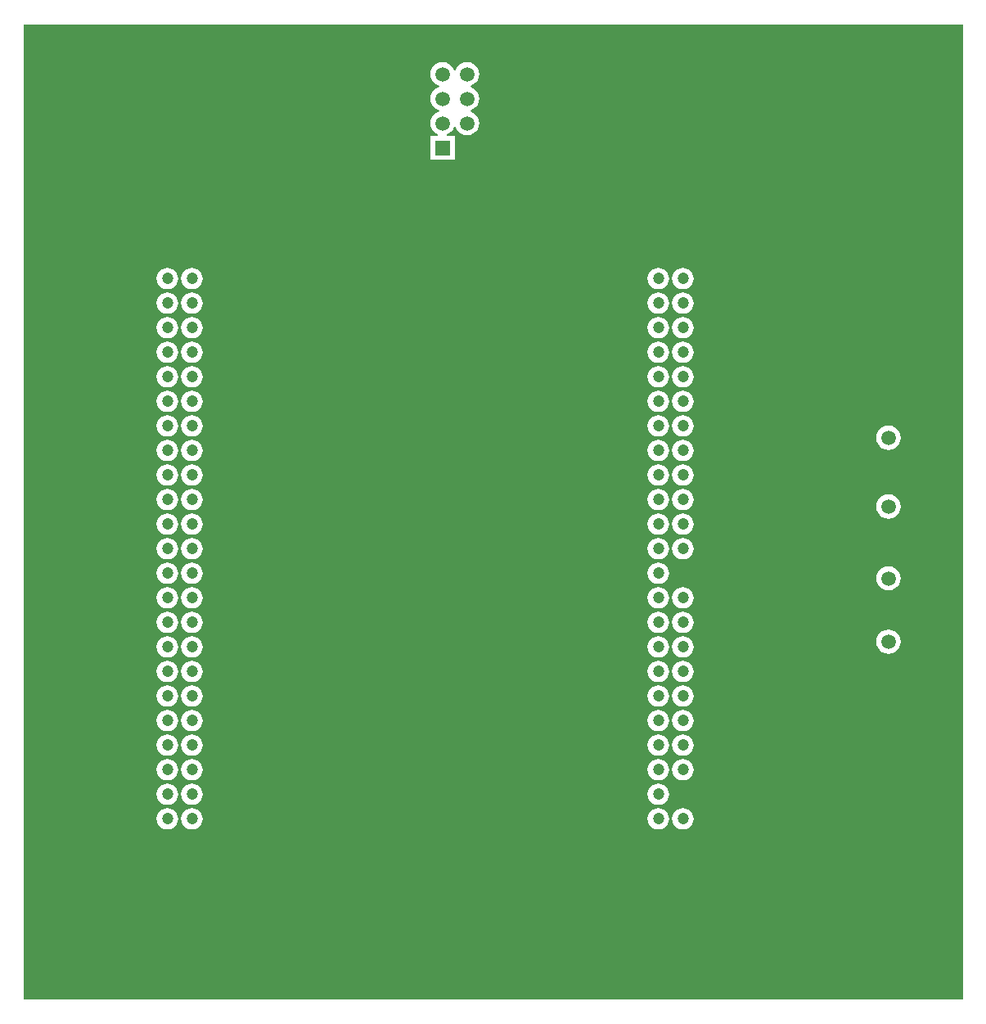
<source format=gbl>
G04*
G04 #@! TF.GenerationSoftware,Altium Limited,Altium NEXUS,1.1.6 (48)*
G04*
G04 Layer_Physical_Order=2*
G04 Layer_Color=16711680*
%FSLAX25Y25*%
%MOIN*%
G70*
G01*
G75*
%ADD15C,0.05906*%
%ADD16R,0.05906X0.05906*%
%ADD17R,0.05906X0.05906*%
%ADD18C,0.04725*%
%ADD19O,0.04724X0.04725*%
%ADD20R,0.04725X0.04725*%
G36*
X1145571Y86909D02*
X762894Y86910D01*
X762894Y484004D01*
X1145571Y484004D01*
X1145571Y86909D01*
D02*
G37*
%LPC*%
G36*
X943583Y468750D02*
X942298Y468581D01*
X941101Y468085D01*
X940073Y467296D01*
X939284Y466268D01*
X938839Y465195D01*
X938838Y465194D01*
X938327D01*
X938326Y465195D01*
X937881Y466268D01*
X937093Y467296D01*
X936065Y468085D01*
X934867Y468581D01*
X933583Y468750D01*
X932298Y468581D01*
X931101Y468085D01*
X930073Y467296D01*
X929284Y466268D01*
X928788Y465071D01*
X928619Y463786D01*
X928788Y462502D01*
X929284Y461305D01*
X930073Y460276D01*
X931101Y459488D01*
X932174Y459043D01*
X932175Y459042D01*
Y458531D01*
X932174Y458530D01*
X931101Y458085D01*
X930073Y457296D01*
X929284Y456268D01*
X928788Y455071D01*
X928619Y453786D01*
X928788Y452502D01*
X929284Y451304D01*
X930073Y450276D01*
X931101Y449488D01*
X932174Y449043D01*
X932175Y449042D01*
Y448530D01*
X932174Y448530D01*
X931101Y448085D01*
X930073Y447296D01*
X929284Y446268D01*
X928788Y445071D01*
X928619Y443786D01*
X928788Y442502D01*
X929284Y441304D01*
X930073Y440276D01*
X931101Y439488D01*
X931777Y439208D01*
X931677Y438708D01*
X928661D01*
Y428865D01*
X938504D01*
Y438708D01*
X935488D01*
X935388Y439208D01*
X936065Y439488D01*
X937093Y440276D01*
X937881Y441304D01*
X938326Y442378D01*
X938327Y442378D01*
X938838D01*
X938839Y442378D01*
X939284Y441304D01*
X940073Y440276D01*
X941101Y439488D01*
X942298Y438992D01*
X943583Y438823D01*
X944867Y438992D01*
X946064Y439488D01*
X947093Y440276D01*
X947881Y441304D01*
X948377Y442502D01*
X948546Y443786D01*
X948377Y445071D01*
X947881Y446268D01*
X947093Y447296D01*
X946064Y448085D01*
X944991Y448530D01*
X944991Y448530D01*
Y449042D01*
X944991Y449043D01*
X946064Y449488D01*
X947093Y450276D01*
X947881Y451304D01*
X948377Y452502D01*
X948546Y453786D01*
X948377Y455071D01*
X947881Y456268D01*
X947093Y457296D01*
X946064Y458085D01*
X944991Y458530D01*
X944991Y458531D01*
Y459042D01*
X944991Y459043D01*
X946064Y459488D01*
X947093Y460276D01*
X947881Y461305D01*
X948377Y462502D01*
X948546Y463786D01*
X948377Y465071D01*
X947881Y466268D01*
X947093Y467296D01*
X946064Y468085D01*
X944867Y468581D01*
X943583Y468750D01*
D02*
G37*
G36*
X1031504Y384933D02*
X1030373Y384785D01*
X1029320Y384348D01*
X1028415Y383654D01*
X1027721Y382749D01*
X1027285Y381696D01*
X1027136Y380565D01*
X1027285Y379434D01*
X1027721Y378381D01*
X1028415Y377476D01*
X1029320Y376782D01*
X1030373Y376346D01*
X1031504Y376197D01*
X1032635Y376346D01*
X1033688Y376782D01*
X1034593Y377476D01*
X1035287Y378381D01*
X1035723Y379434D01*
X1035872Y380565D01*
X1035723Y381696D01*
X1035287Y382749D01*
X1034593Y383654D01*
X1033688Y384348D01*
X1032635Y384785D01*
X1031504Y384933D01*
D02*
G37*
G36*
X1021504D02*
X1020373Y384785D01*
X1019320Y384348D01*
X1018415Y383654D01*
X1017721Y382749D01*
X1017284Y381696D01*
X1017136Y380565D01*
X1017284Y379434D01*
X1017721Y378381D01*
X1018415Y377476D01*
X1019320Y376782D01*
X1020373Y376346D01*
X1021504Y376197D01*
X1022635Y376346D01*
X1023688Y376782D01*
X1024593Y377476D01*
X1025287Y378381D01*
X1025723Y379434D01*
X1025872Y380565D01*
X1025723Y381696D01*
X1025287Y382749D01*
X1024593Y383654D01*
X1023688Y384348D01*
X1022635Y384785D01*
X1021504Y384933D01*
D02*
G37*
G36*
X831504D02*
X830373Y384785D01*
X829320Y384348D01*
X828415Y383654D01*
X827721Y382749D01*
X827285Y381696D01*
X827136Y380565D01*
X827285Y379434D01*
X827721Y378381D01*
X828415Y377476D01*
X829320Y376782D01*
X830373Y376346D01*
X831504Y376197D01*
X832635Y376346D01*
X833688Y376782D01*
X834593Y377476D01*
X835287Y378381D01*
X835723Y379434D01*
X835872Y380565D01*
X835723Y381696D01*
X835287Y382749D01*
X834593Y383654D01*
X833688Y384348D01*
X832635Y384785D01*
X831504Y384933D01*
D02*
G37*
G36*
X821504D02*
X820373Y384785D01*
X819320Y384348D01*
X818415Y383654D01*
X817721Y382749D01*
X817284Y381696D01*
X817136Y380565D01*
X817284Y379434D01*
X817721Y378381D01*
X818415Y377476D01*
X819320Y376782D01*
X820373Y376346D01*
X821504Y376197D01*
X822635Y376346D01*
X823688Y376782D01*
X824593Y377476D01*
X825287Y378381D01*
X825723Y379434D01*
X825872Y380565D01*
X825723Y381696D01*
X825287Y382749D01*
X824593Y383654D01*
X823688Y384348D01*
X822635Y384785D01*
X821504Y384933D01*
D02*
G37*
G36*
X1031504Y374934D02*
X1030373Y374785D01*
X1029320Y374348D01*
X1028415Y373654D01*
X1027721Y372749D01*
X1027285Y371696D01*
X1027136Y370565D01*
X1027285Y369434D01*
X1027721Y368381D01*
X1028415Y367476D01*
X1029320Y366782D01*
X1030373Y366346D01*
X1031504Y366197D01*
X1032635Y366346D01*
X1033688Y366782D01*
X1034593Y367476D01*
X1035287Y368381D01*
X1035723Y369434D01*
X1035872Y370565D01*
X1035723Y371696D01*
X1035287Y372749D01*
X1034593Y373654D01*
X1033688Y374348D01*
X1032635Y374785D01*
X1031504Y374934D01*
D02*
G37*
G36*
X1021504D02*
X1020373Y374785D01*
X1019320Y374348D01*
X1018415Y373654D01*
X1017721Y372749D01*
X1017284Y371696D01*
X1017136Y370565D01*
X1017284Y369434D01*
X1017721Y368381D01*
X1018415Y367476D01*
X1019320Y366782D01*
X1020373Y366346D01*
X1021504Y366197D01*
X1022635Y366346D01*
X1023688Y366782D01*
X1024593Y367476D01*
X1025287Y368381D01*
X1025723Y369434D01*
X1025872Y370565D01*
X1025723Y371696D01*
X1025287Y372749D01*
X1024593Y373654D01*
X1023688Y374348D01*
X1022635Y374785D01*
X1021504Y374934D01*
D02*
G37*
G36*
X831504D02*
X830373Y374785D01*
X829320Y374348D01*
X828415Y373654D01*
X827721Y372749D01*
X827285Y371696D01*
X827136Y370565D01*
X827285Y369434D01*
X827721Y368381D01*
X828415Y367476D01*
X829320Y366782D01*
X830373Y366346D01*
X831504Y366197D01*
X832635Y366346D01*
X833688Y366782D01*
X834593Y367476D01*
X835287Y368381D01*
X835723Y369434D01*
X835872Y370565D01*
X835723Y371696D01*
X835287Y372749D01*
X834593Y373654D01*
X833688Y374348D01*
X832635Y374785D01*
X831504Y374934D01*
D02*
G37*
G36*
X821504D02*
X820373Y374785D01*
X819320Y374348D01*
X818415Y373654D01*
X817721Y372749D01*
X817284Y371696D01*
X817136Y370565D01*
X817284Y369434D01*
X817721Y368381D01*
X818415Y367476D01*
X819320Y366782D01*
X820373Y366346D01*
X821504Y366197D01*
X822635Y366346D01*
X823688Y366782D01*
X824593Y367476D01*
X825287Y368381D01*
X825723Y369434D01*
X825872Y370565D01*
X825723Y371696D01*
X825287Y372749D01*
X824593Y373654D01*
X823688Y374348D01*
X822635Y374785D01*
X821504Y374934D01*
D02*
G37*
G36*
X1031504Y364933D02*
X1030373Y364785D01*
X1029320Y364348D01*
X1028415Y363654D01*
X1027721Y362749D01*
X1027285Y361696D01*
X1027136Y360565D01*
X1027285Y359435D01*
X1027721Y358381D01*
X1028415Y357476D01*
X1029320Y356782D01*
X1030373Y356346D01*
X1031504Y356197D01*
X1032635Y356346D01*
X1033688Y356782D01*
X1034593Y357476D01*
X1035287Y358381D01*
X1035723Y359435D01*
X1035872Y360565D01*
X1035723Y361696D01*
X1035287Y362749D01*
X1034593Y363654D01*
X1033688Y364348D01*
X1032635Y364785D01*
X1031504Y364933D01*
D02*
G37*
G36*
X1021504D02*
X1020373Y364785D01*
X1019320Y364348D01*
X1018415Y363654D01*
X1017721Y362749D01*
X1017284Y361696D01*
X1017136Y360565D01*
X1017284Y359435D01*
X1017721Y358381D01*
X1018415Y357476D01*
X1019320Y356782D01*
X1020373Y356346D01*
X1021504Y356197D01*
X1022635Y356346D01*
X1023688Y356782D01*
X1024593Y357476D01*
X1025287Y358381D01*
X1025723Y359435D01*
X1025872Y360565D01*
X1025723Y361696D01*
X1025287Y362749D01*
X1024593Y363654D01*
X1023688Y364348D01*
X1022635Y364785D01*
X1021504Y364933D01*
D02*
G37*
G36*
X831504D02*
X830373Y364785D01*
X829320Y364348D01*
X828415Y363654D01*
X827721Y362749D01*
X827285Y361696D01*
X827136Y360565D01*
X827285Y359435D01*
X827721Y358381D01*
X828415Y357476D01*
X829320Y356782D01*
X830373Y356346D01*
X831504Y356197D01*
X832635Y356346D01*
X833688Y356782D01*
X834593Y357476D01*
X835287Y358381D01*
X835723Y359435D01*
X835872Y360565D01*
X835723Y361696D01*
X835287Y362749D01*
X834593Y363654D01*
X833688Y364348D01*
X832635Y364785D01*
X831504Y364933D01*
D02*
G37*
G36*
X821504D02*
X820373Y364785D01*
X819320Y364348D01*
X818415Y363654D01*
X817721Y362749D01*
X817284Y361696D01*
X817136Y360565D01*
X817284Y359435D01*
X817721Y358381D01*
X818415Y357476D01*
X819320Y356782D01*
X820373Y356346D01*
X821504Y356197D01*
X822635Y356346D01*
X823688Y356782D01*
X824593Y357476D01*
X825287Y358381D01*
X825723Y359435D01*
X825872Y360565D01*
X825723Y361696D01*
X825287Y362749D01*
X824593Y363654D01*
X823688Y364348D01*
X822635Y364785D01*
X821504Y364933D01*
D02*
G37*
G36*
X1031504Y354934D02*
X1030373Y354785D01*
X1029320Y354348D01*
X1028415Y353654D01*
X1027721Y352749D01*
X1027285Y351696D01*
X1027136Y350565D01*
X1027285Y349434D01*
X1027721Y348381D01*
X1028415Y347476D01*
X1029320Y346782D01*
X1030373Y346346D01*
X1031504Y346197D01*
X1032635Y346346D01*
X1033688Y346782D01*
X1034593Y347476D01*
X1035287Y348381D01*
X1035723Y349434D01*
X1035872Y350565D01*
X1035723Y351696D01*
X1035287Y352749D01*
X1034593Y353654D01*
X1033688Y354348D01*
X1032635Y354785D01*
X1031504Y354934D01*
D02*
G37*
G36*
X1021504D02*
X1020373Y354785D01*
X1019320Y354348D01*
X1018415Y353654D01*
X1017721Y352749D01*
X1017284Y351696D01*
X1017136Y350565D01*
X1017284Y349434D01*
X1017721Y348381D01*
X1018415Y347476D01*
X1019320Y346782D01*
X1020373Y346346D01*
X1021504Y346197D01*
X1022635Y346346D01*
X1023688Y346782D01*
X1024593Y347476D01*
X1025287Y348381D01*
X1025723Y349434D01*
X1025872Y350565D01*
X1025723Y351696D01*
X1025287Y352749D01*
X1024593Y353654D01*
X1023688Y354348D01*
X1022635Y354785D01*
X1021504Y354934D01*
D02*
G37*
G36*
X831504D02*
X830373Y354785D01*
X829320Y354348D01*
X828415Y353654D01*
X827721Y352749D01*
X827285Y351696D01*
X827136Y350565D01*
X827285Y349434D01*
X827721Y348381D01*
X828415Y347476D01*
X829320Y346782D01*
X830373Y346346D01*
X831504Y346197D01*
X832635Y346346D01*
X833688Y346782D01*
X834593Y347476D01*
X835287Y348381D01*
X835723Y349434D01*
X835872Y350565D01*
X835723Y351696D01*
X835287Y352749D01*
X834593Y353654D01*
X833688Y354348D01*
X832635Y354785D01*
X831504Y354934D01*
D02*
G37*
G36*
X821504D02*
X820373Y354785D01*
X819320Y354348D01*
X818415Y353654D01*
X817721Y352749D01*
X817284Y351696D01*
X817136Y350565D01*
X817284Y349434D01*
X817721Y348381D01*
X818415Y347476D01*
X819320Y346782D01*
X820373Y346346D01*
X821504Y346197D01*
X822635Y346346D01*
X823688Y346782D01*
X824593Y347476D01*
X825287Y348381D01*
X825723Y349434D01*
X825872Y350565D01*
X825723Y351696D01*
X825287Y352749D01*
X824593Y353654D01*
X823688Y354348D01*
X822635Y354785D01*
X821504Y354934D01*
D02*
G37*
G36*
X1031504Y344934D02*
X1030373Y344785D01*
X1029320Y344348D01*
X1028415Y343654D01*
X1027721Y342749D01*
X1027285Y341696D01*
X1027136Y340565D01*
X1027285Y339435D01*
X1027721Y338381D01*
X1028415Y337476D01*
X1029320Y336782D01*
X1030373Y336346D01*
X1031504Y336197D01*
X1032635Y336346D01*
X1033688Y336782D01*
X1034593Y337476D01*
X1035287Y338381D01*
X1035723Y339435D01*
X1035872Y340565D01*
X1035723Y341696D01*
X1035287Y342749D01*
X1034593Y343654D01*
X1033688Y344348D01*
X1032635Y344785D01*
X1031504Y344934D01*
D02*
G37*
G36*
X1021504D02*
X1020373Y344785D01*
X1019320Y344348D01*
X1018415Y343654D01*
X1017721Y342749D01*
X1017284Y341696D01*
X1017136Y340565D01*
X1017284Y339435D01*
X1017721Y338381D01*
X1018415Y337476D01*
X1019320Y336782D01*
X1020373Y336346D01*
X1021504Y336197D01*
X1022635Y336346D01*
X1023688Y336782D01*
X1024593Y337476D01*
X1025287Y338381D01*
X1025723Y339435D01*
X1025872Y340565D01*
X1025723Y341696D01*
X1025287Y342749D01*
X1024593Y343654D01*
X1023688Y344348D01*
X1022635Y344785D01*
X1021504Y344934D01*
D02*
G37*
G36*
X831504D02*
X830373Y344785D01*
X829320Y344348D01*
X828415Y343654D01*
X827721Y342749D01*
X827285Y341696D01*
X827136Y340565D01*
X827285Y339435D01*
X827721Y338381D01*
X828415Y337476D01*
X829320Y336782D01*
X830373Y336346D01*
X831504Y336197D01*
X832635Y336346D01*
X833688Y336782D01*
X834593Y337476D01*
X835287Y338381D01*
X835723Y339435D01*
X835872Y340565D01*
X835723Y341696D01*
X835287Y342749D01*
X834593Y343654D01*
X833688Y344348D01*
X832635Y344785D01*
X831504Y344934D01*
D02*
G37*
G36*
X821504D02*
X820373Y344785D01*
X819320Y344348D01*
X818415Y343654D01*
X817721Y342749D01*
X817284Y341696D01*
X817136Y340565D01*
X817284Y339435D01*
X817721Y338381D01*
X818415Y337476D01*
X819320Y336782D01*
X820373Y336346D01*
X821504Y336197D01*
X822635Y336346D01*
X823688Y336782D01*
X824593Y337476D01*
X825287Y338381D01*
X825723Y339435D01*
X825872Y340565D01*
X825723Y341696D01*
X825287Y342749D01*
X824593Y343654D01*
X823688Y344348D01*
X822635Y344785D01*
X821504Y344934D01*
D02*
G37*
G36*
X1031504Y334933D02*
X1030373Y334785D01*
X1029320Y334348D01*
X1028415Y333654D01*
X1027721Y332749D01*
X1027285Y331696D01*
X1027136Y330565D01*
X1027285Y329434D01*
X1027721Y328381D01*
X1028415Y327476D01*
X1029320Y326782D01*
X1030373Y326346D01*
X1031504Y326197D01*
X1032635Y326346D01*
X1033688Y326782D01*
X1034593Y327476D01*
X1035287Y328381D01*
X1035723Y329434D01*
X1035872Y330565D01*
X1035723Y331696D01*
X1035287Y332749D01*
X1034593Y333654D01*
X1033688Y334348D01*
X1032635Y334785D01*
X1031504Y334933D01*
D02*
G37*
G36*
X1021504D02*
X1020373Y334785D01*
X1019320Y334348D01*
X1018415Y333654D01*
X1017721Y332749D01*
X1017284Y331696D01*
X1017136Y330565D01*
X1017284Y329434D01*
X1017721Y328381D01*
X1018415Y327476D01*
X1019320Y326782D01*
X1020373Y326346D01*
X1021504Y326197D01*
X1022635Y326346D01*
X1023688Y326782D01*
X1024593Y327476D01*
X1025287Y328381D01*
X1025723Y329434D01*
X1025872Y330565D01*
X1025723Y331696D01*
X1025287Y332749D01*
X1024593Y333654D01*
X1023688Y334348D01*
X1022635Y334785D01*
X1021504Y334933D01*
D02*
G37*
G36*
X831504D02*
X830373Y334785D01*
X829320Y334348D01*
X828415Y333654D01*
X827721Y332749D01*
X827285Y331696D01*
X827136Y330565D01*
X827285Y329434D01*
X827721Y328381D01*
X828415Y327476D01*
X829320Y326782D01*
X830373Y326346D01*
X831504Y326197D01*
X832635Y326346D01*
X833688Y326782D01*
X834593Y327476D01*
X835287Y328381D01*
X835723Y329434D01*
X835872Y330565D01*
X835723Y331696D01*
X835287Y332749D01*
X834593Y333654D01*
X833688Y334348D01*
X832635Y334785D01*
X831504Y334933D01*
D02*
G37*
G36*
X821504D02*
X820373Y334785D01*
X819320Y334348D01*
X818415Y333654D01*
X817721Y332749D01*
X817284Y331696D01*
X817136Y330565D01*
X817284Y329434D01*
X817721Y328381D01*
X818415Y327476D01*
X819320Y326782D01*
X820373Y326346D01*
X821504Y326197D01*
X822635Y326346D01*
X823688Y326782D01*
X824593Y327476D01*
X825287Y328381D01*
X825723Y329434D01*
X825872Y330565D01*
X825723Y331696D01*
X825287Y332749D01*
X824593Y333654D01*
X823688Y334348D01*
X822635Y334785D01*
X821504Y334933D01*
D02*
G37*
G36*
X1031504Y324934D02*
X1030373Y324785D01*
X1029320Y324348D01*
X1028415Y323654D01*
X1027721Y322749D01*
X1027285Y321696D01*
X1027136Y320565D01*
X1027285Y319434D01*
X1027721Y318381D01*
X1028415Y317476D01*
X1029320Y316782D01*
X1030373Y316346D01*
X1031504Y316197D01*
X1032635Y316346D01*
X1033688Y316782D01*
X1034593Y317476D01*
X1035287Y318381D01*
X1035723Y319434D01*
X1035872Y320565D01*
X1035723Y321696D01*
X1035287Y322749D01*
X1034593Y323654D01*
X1033688Y324348D01*
X1032635Y324785D01*
X1031504Y324934D01*
D02*
G37*
G36*
X1021504D02*
X1020373Y324785D01*
X1019320Y324348D01*
X1018415Y323654D01*
X1017721Y322749D01*
X1017284Y321696D01*
X1017136Y320565D01*
X1017284Y319434D01*
X1017721Y318381D01*
X1018415Y317476D01*
X1019320Y316782D01*
X1020373Y316346D01*
X1021504Y316197D01*
X1022635Y316346D01*
X1023688Y316782D01*
X1024593Y317476D01*
X1025287Y318381D01*
X1025723Y319434D01*
X1025872Y320565D01*
X1025723Y321696D01*
X1025287Y322749D01*
X1024593Y323654D01*
X1023688Y324348D01*
X1022635Y324785D01*
X1021504Y324934D01*
D02*
G37*
G36*
X831504D02*
X830373Y324785D01*
X829320Y324348D01*
X828415Y323654D01*
X827721Y322749D01*
X827285Y321696D01*
X827136Y320565D01*
X827285Y319434D01*
X827721Y318381D01*
X828415Y317476D01*
X829320Y316782D01*
X830373Y316346D01*
X831504Y316197D01*
X832635Y316346D01*
X833688Y316782D01*
X834593Y317476D01*
X835287Y318381D01*
X835723Y319434D01*
X835872Y320565D01*
X835723Y321696D01*
X835287Y322749D01*
X834593Y323654D01*
X833688Y324348D01*
X832635Y324785D01*
X831504Y324934D01*
D02*
G37*
G36*
X821504D02*
X820373Y324785D01*
X819320Y324348D01*
X818415Y323654D01*
X817721Y322749D01*
X817284Y321696D01*
X817136Y320565D01*
X817284Y319434D01*
X817721Y318381D01*
X818415Y317476D01*
X819320Y316782D01*
X820373Y316346D01*
X821504Y316197D01*
X822635Y316346D01*
X823688Y316782D01*
X824593Y317476D01*
X825287Y318381D01*
X825723Y319434D01*
X825872Y320565D01*
X825723Y321696D01*
X825287Y322749D01*
X824593Y323654D01*
X823688Y324348D01*
X822635Y324785D01*
X821504Y324934D01*
D02*
G37*
G36*
X1115217Y320712D02*
X1113932Y320543D01*
X1112735Y320047D01*
X1111707Y319258D01*
X1110918Y318230D01*
X1110422Y317033D01*
X1110253Y315748D01*
X1110422Y314463D01*
X1110918Y313266D01*
X1111707Y312238D01*
X1112735Y311449D01*
X1113932Y310953D01*
X1115217Y310784D01*
X1116501Y310953D01*
X1117698Y311449D01*
X1118726Y312238D01*
X1119515Y313266D01*
X1120011Y314463D01*
X1120180Y315748D01*
X1120011Y317033D01*
X1119515Y318230D01*
X1118726Y319258D01*
X1117698Y320047D01*
X1116501Y320543D01*
X1115217Y320712D01*
D02*
G37*
G36*
X1031504Y314933D02*
X1030373Y314785D01*
X1029320Y314348D01*
X1028415Y313654D01*
X1027721Y312749D01*
X1027285Y311696D01*
X1027136Y310565D01*
X1027285Y309435D01*
X1027721Y308381D01*
X1028415Y307476D01*
X1029320Y306782D01*
X1030373Y306346D01*
X1031504Y306197D01*
X1032635Y306346D01*
X1033688Y306782D01*
X1034593Y307476D01*
X1035287Y308381D01*
X1035723Y309435D01*
X1035872Y310565D01*
X1035723Y311696D01*
X1035287Y312749D01*
X1034593Y313654D01*
X1033688Y314348D01*
X1032635Y314785D01*
X1031504Y314933D01*
D02*
G37*
G36*
X1021504D02*
X1020373Y314785D01*
X1019320Y314348D01*
X1018415Y313654D01*
X1017721Y312749D01*
X1017284Y311696D01*
X1017136Y310565D01*
X1017284Y309435D01*
X1017721Y308381D01*
X1018415Y307476D01*
X1019320Y306782D01*
X1020373Y306346D01*
X1021504Y306197D01*
X1022635Y306346D01*
X1023688Y306782D01*
X1024593Y307476D01*
X1025287Y308381D01*
X1025723Y309435D01*
X1025872Y310565D01*
X1025723Y311696D01*
X1025287Y312749D01*
X1024593Y313654D01*
X1023688Y314348D01*
X1022635Y314785D01*
X1021504Y314933D01*
D02*
G37*
G36*
X831504D02*
X830373Y314785D01*
X829320Y314348D01*
X828415Y313654D01*
X827721Y312749D01*
X827285Y311696D01*
X827136Y310565D01*
X827285Y309435D01*
X827721Y308381D01*
X828415Y307476D01*
X829320Y306782D01*
X830373Y306346D01*
X831504Y306197D01*
X832635Y306346D01*
X833688Y306782D01*
X834593Y307476D01*
X835287Y308381D01*
X835723Y309435D01*
X835872Y310565D01*
X835723Y311696D01*
X835287Y312749D01*
X834593Y313654D01*
X833688Y314348D01*
X832635Y314785D01*
X831504Y314933D01*
D02*
G37*
G36*
X821504D02*
X820373Y314785D01*
X819320Y314348D01*
X818415Y313654D01*
X817721Y312749D01*
X817284Y311696D01*
X817136Y310565D01*
X817284Y309435D01*
X817721Y308381D01*
X818415Y307476D01*
X819320Y306782D01*
X820373Y306346D01*
X821504Y306197D01*
X822635Y306346D01*
X823688Y306782D01*
X824593Y307476D01*
X825287Y308381D01*
X825723Y309435D01*
X825872Y310565D01*
X825723Y311696D01*
X825287Y312749D01*
X824593Y313654D01*
X823688Y314348D01*
X822635Y314785D01*
X821504Y314933D01*
D02*
G37*
G36*
X1031504Y304934D02*
X1030373Y304785D01*
X1029320Y304348D01*
X1028415Y303654D01*
X1027721Y302749D01*
X1027285Y301696D01*
X1027136Y300565D01*
X1027285Y299434D01*
X1027721Y298381D01*
X1028415Y297476D01*
X1029320Y296782D01*
X1030373Y296346D01*
X1031504Y296197D01*
X1032635Y296346D01*
X1033688Y296782D01*
X1034593Y297476D01*
X1035287Y298381D01*
X1035723Y299434D01*
X1035872Y300565D01*
X1035723Y301696D01*
X1035287Y302749D01*
X1034593Y303654D01*
X1033688Y304348D01*
X1032635Y304785D01*
X1031504Y304934D01*
D02*
G37*
G36*
X1021504D02*
X1020373Y304785D01*
X1019320Y304348D01*
X1018415Y303654D01*
X1017721Y302749D01*
X1017284Y301696D01*
X1017136Y300565D01*
X1017284Y299434D01*
X1017721Y298381D01*
X1018415Y297476D01*
X1019320Y296782D01*
X1020373Y296346D01*
X1021504Y296197D01*
X1022635Y296346D01*
X1023688Y296782D01*
X1024593Y297476D01*
X1025287Y298381D01*
X1025723Y299434D01*
X1025872Y300565D01*
X1025723Y301696D01*
X1025287Y302749D01*
X1024593Y303654D01*
X1023688Y304348D01*
X1022635Y304785D01*
X1021504Y304934D01*
D02*
G37*
G36*
X831504D02*
X830373Y304785D01*
X829320Y304348D01*
X828415Y303654D01*
X827721Y302749D01*
X827285Y301696D01*
X827136Y300565D01*
X827285Y299434D01*
X827721Y298381D01*
X828415Y297476D01*
X829320Y296782D01*
X830373Y296346D01*
X831504Y296197D01*
X832635Y296346D01*
X833688Y296782D01*
X834593Y297476D01*
X835287Y298381D01*
X835723Y299434D01*
X835872Y300565D01*
X835723Y301696D01*
X835287Y302749D01*
X834593Y303654D01*
X833688Y304348D01*
X832635Y304785D01*
X831504Y304934D01*
D02*
G37*
G36*
X821504D02*
X820373Y304785D01*
X819320Y304348D01*
X818415Y303654D01*
X817721Y302749D01*
X817284Y301696D01*
X817136Y300565D01*
X817284Y299434D01*
X817721Y298381D01*
X818415Y297476D01*
X819320Y296782D01*
X820373Y296346D01*
X821504Y296197D01*
X822635Y296346D01*
X823688Y296782D01*
X824593Y297476D01*
X825287Y298381D01*
X825723Y299434D01*
X825872Y300565D01*
X825723Y301696D01*
X825287Y302749D01*
X824593Y303654D01*
X823688Y304348D01*
X822635Y304785D01*
X821504Y304934D01*
D02*
G37*
G36*
X1031504Y294934D02*
X1030373Y294785D01*
X1029320Y294348D01*
X1028415Y293654D01*
X1027721Y292749D01*
X1027285Y291696D01*
X1027136Y290565D01*
X1027285Y289435D01*
X1027721Y288381D01*
X1028415Y287476D01*
X1029320Y286782D01*
X1030373Y286346D01*
X1031504Y286197D01*
X1032635Y286346D01*
X1033688Y286782D01*
X1034593Y287476D01*
X1035287Y288381D01*
X1035723Y289435D01*
X1035872Y290565D01*
X1035723Y291696D01*
X1035287Y292749D01*
X1034593Y293654D01*
X1033688Y294348D01*
X1032635Y294785D01*
X1031504Y294934D01*
D02*
G37*
G36*
X1021504D02*
X1020373Y294785D01*
X1019320Y294348D01*
X1018415Y293654D01*
X1017721Y292749D01*
X1017284Y291696D01*
X1017136Y290565D01*
X1017284Y289435D01*
X1017721Y288381D01*
X1018415Y287476D01*
X1019320Y286782D01*
X1020373Y286346D01*
X1021504Y286197D01*
X1022635Y286346D01*
X1023688Y286782D01*
X1024593Y287476D01*
X1025287Y288381D01*
X1025723Y289435D01*
X1025872Y290565D01*
X1025723Y291696D01*
X1025287Y292749D01*
X1024593Y293654D01*
X1023688Y294348D01*
X1022635Y294785D01*
X1021504Y294934D01*
D02*
G37*
G36*
X831504D02*
X830373Y294785D01*
X829320Y294348D01*
X828415Y293654D01*
X827721Y292749D01*
X827285Y291696D01*
X827136Y290565D01*
X827285Y289435D01*
X827721Y288381D01*
X828415Y287476D01*
X829320Y286782D01*
X830373Y286346D01*
X831504Y286197D01*
X832635Y286346D01*
X833688Y286782D01*
X834593Y287476D01*
X835287Y288381D01*
X835723Y289435D01*
X835872Y290565D01*
X835723Y291696D01*
X835287Y292749D01*
X834593Y293654D01*
X833688Y294348D01*
X832635Y294785D01*
X831504Y294934D01*
D02*
G37*
G36*
X821504D02*
X820373Y294785D01*
X819320Y294348D01*
X818415Y293654D01*
X817721Y292749D01*
X817284Y291696D01*
X817136Y290565D01*
X817284Y289435D01*
X817721Y288381D01*
X818415Y287476D01*
X819320Y286782D01*
X820373Y286346D01*
X821504Y286197D01*
X822635Y286346D01*
X823688Y286782D01*
X824593Y287476D01*
X825287Y288381D01*
X825723Y289435D01*
X825872Y290565D01*
X825723Y291696D01*
X825287Y292749D01*
X824593Y293654D01*
X823688Y294348D01*
X822635Y294785D01*
X821504Y294934D01*
D02*
G37*
G36*
X1115217Y292661D02*
X1113932Y292491D01*
X1112735Y291996D01*
X1111707Y291207D01*
X1110918Y290179D01*
X1110422Y288982D01*
X1110253Y287697D01*
X1110422Y286412D01*
X1110918Y285215D01*
X1111707Y284187D01*
X1112735Y283398D01*
X1113932Y282902D01*
X1115217Y282733D01*
X1116501Y282902D01*
X1117698Y283398D01*
X1118726Y284187D01*
X1119515Y285215D01*
X1120011Y286412D01*
X1120180Y287697D01*
X1120011Y288982D01*
X1119515Y290179D01*
X1118726Y291207D01*
X1117698Y291996D01*
X1116501Y292491D01*
X1115217Y292661D01*
D02*
G37*
G36*
X1031504Y284933D02*
X1030373Y284785D01*
X1029320Y284348D01*
X1028415Y283654D01*
X1027721Y282749D01*
X1027285Y281696D01*
X1027136Y280565D01*
X1027285Y279434D01*
X1027721Y278381D01*
X1028415Y277476D01*
X1029320Y276782D01*
X1030373Y276346D01*
X1031504Y276197D01*
X1032635Y276346D01*
X1033688Y276782D01*
X1034593Y277476D01*
X1035287Y278381D01*
X1035723Y279434D01*
X1035872Y280565D01*
X1035723Y281696D01*
X1035287Y282749D01*
X1034593Y283654D01*
X1033688Y284348D01*
X1032635Y284785D01*
X1031504Y284933D01*
D02*
G37*
G36*
X1021504D02*
X1020373Y284785D01*
X1019320Y284348D01*
X1018415Y283654D01*
X1017721Y282749D01*
X1017284Y281696D01*
X1017136Y280565D01*
X1017284Y279434D01*
X1017721Y278381D01*
X1018415Y277476D01*
X1019320Y276782D01*
X1020373Y276346D01*
X1021504Y276197D01*
X1022635Y276346D01*
X1023688Y276782D01*
X1024593Y277476D01*
X1025287Y278381D01*
X1025723Y279434D01*
X1025872Y280565D01*
X1025723Y281696D01*
X1025287Y282749D01*
X1024593Y283654D01*
X1023688Y284348D01*
X1022635Y284785D01*
X1021504Y284933D01*
D02*
G37*
G36*
X831504D02*
X830373Y284785D01*
X829320Y284348D01*
X828415Y283654D01*
X827721Y282749D01*
X827285Y281696D01*
X827136Y280565D01*
X827285Y279434D01*
X827721Y278381D01*
X828415Y277476D01*
X829320Y276782D01*
X830373Y276346D01*
X831504Y276197D01*
X832635Y276346D01*
X833688Y276782D01*
X834593Y277476D01*
X835287Y278381D01*
X835723Y279434D01*
X835872Y280565D01*
X835723Y281696D01*
X835287Y282749D01*
X834593Y283654D01*
X833688Y284348D01*
X832635Y284785D01*
X831504Y284933D01*
D02*
G37*
G36*
X821504D02*
X820373Y284785D01*
X819320Y284348D01*
X818415Y283654D01*
X817721Y282749D01*
X817284Y281696D01*
X817136Y280565D01*
X817284Y279434D01*
X817721Y278381D01*
X818415Y277476D01*
X819320Y276782D01*
X820373Y276346D01*
X821504Y276197D01*
X822635Y276346D01*
X823688Y276782D01*
X824593Y277476D01*
X825287Y278381D01*
X825723Y279434D01*
X825872Y280565D01*
X825723Y281696D01*
X825287Y282749D01*
X824593Y283654D01*
X823688Y284348D01*
X822635Y284785D01*
X821504Y284933D01*
D02*
G37*
G36*
X1031504Y274934D02*
X1030373Y274785D01*
X1029320Y274348D01*
X1028415Y273654D01*
X1027721Y272749D01*
X1027285Y271696D01*
X1027136Y270565D01*
Y270565D01*
X1027285Y269434D01*
X1027721Y268381D01*
X1028415Y267476D01*
X1029320Y266782D01*
X1030373Y266346D01*
X1031504Y266197D01*
X1032635Y266346D01*
X1033688Y266782D01*
X1034593Y267476D01*
X1035287Y268381D01*
X1035723Y269434D01*
X1035872Y270565D01*
Y270565D01*
X1035723Y271696D01*
X1035287Y272749D01*
X1034593Y273654D01*
X1033688Y274348D01*
X1032635Y274785D01*
X1031504Y274934D01*
D02*
G37*
G36*
X1021504D02*
X1020373Y274785D01*
X1019320Y274348D01*
X1018415Y273654D01*
X1017721Y272749D01*
X1017284Y271696D01*
X1017136Y270565D01*
X1017284Y269434D01*
X1017721Y268381D01*
X1018415Y267476D01*
X1019320Y266782D01*
X1020373Y266346D01*
X1021504Y266197D01*
X1022635Y266346D01*
X1023688Y266782D01*
X1024593Y267476D01*
X1025287Y268381D01*
X1025723Y269434D01*
X1025872Y270565D01*
X1025723Y271696D01*
X1025287Y272749D01*
X1024593Y273654D01*
X1023688Y274348D01*
X1022635Y274785D01*
X1021504Y274934D01*
D02*
G37*
G36*
X831504D02*
X830373Y274785D01*
X829320Y274348D01*
X828415Y273654D01*
X827721Y272749D01*
X827285Y271696D01*
X827136Y270565D01*
X827285Y269434D01*
X827721Y268381D01*
X828415Y267476D01*
X829320Y266782D01*
X830373Y266346D01*
X831504Y266197D01*
X832635Y266346D01*
X833688Y266782D01*
X834593Y267476D01*
X835287Y268381D01*
X835723Y269434D01*
X835872Y270565D01*
X835723Y271696D01*
X835287Y272749D01*
X834593Y273654D01*
X833688Y274348D01*
X832635Y274785D01*
X831504Y274934D01*
D02*
G37*
G36*
X821504D02*
X820373Y274785D01*
X819320Y274348D01*
X818415Y273654D01*
X817721Y272749D01*
X817284Y271696D01*
X817136Y270565D01*
X817284Y269434D01*
X817721Y268381D01*
X818415Y267476D01*
X819320Y266782D01*
X820373Y266346D01*
X821504Y266197D01*
X822635Y266346D01*
X823688Y266782D01*
X824593Y267476D01*
X825287Y268381D01*
X825723Y269434D01*
X825872Y270565D01*
X825723Y271696D01*
X825287Y272749D01*
X824593Y273654D01*
X823688Y274348D01*
X822635Y274785D01*
X821504Y274934D01*
D02*
G37*
G36*
X1021504Y264933D02*
X1020373Y264785D01*
X1019320Y264348D01*
X1018415Y263654D01*
X1017721Y262749D01*
X1017284Y261696D01*
X1017136Y260565D01*
X1017284Y259435D01*
X1017721Y258381D01*
X1018415Y257476D01*
X1019320Y256782D01*
X1020373Y256346D01*
X1021504Y256197D01*
X1022635Y256346D01*
X1023688Y256782D01*
X1024593Y257476D01*
X1025287Y258381D01*
X1025723Y259435D01*
X1025872Y260565D01*
X1025723Y261696D01*
X1025287Y262749D01*
X1024593Y263654D01*
X1023688Y264348D01*
X1022635Y264785D01*
X1021504Y264933D01*
D02*
G37*
G36*
X831504D02*
X830373Y264785D01*
X829320Y264348D01*
X828415Y263654D01*
X827721Y262749D01*
X827285Y261696D01*
X827136Y260565D01*
X827285Y259435D01*
X827721Y258381D01*
X828415Y257476D01*
X829320Y256782D01*
X830373Y256346D01*
X831504Y256197D01*
X832635Y256346D01*
X833688Y256782D01*
X834593Y257476D01*
X835287Y258381D01*
X835723Y259435D01*
X835872Y260565D01*
X835723Y261696D01*
X835287Y262749D01*
X834593Y263654D01*
X833688Y264348D01*
X832635Y264785D01*
X831504Y264933D01*
D02*
G37*
G36*
X821504D02*
X820373Y264785D01*
X819320Y264348D01*
X818415Y263654D01*
X817721Y262749D01*
X817284Y261696D01*
X817136Y260565D01*
X817284Y259435D01*
X817721Y258381D01*
X818415Y257476D01*
X819320Y256782D01*
X820373Y256346D01*
X821504Y256197D01*
X822635Y256346D01*
X823688Y256782D01*
X824593Y257476D01*
X825287Y258381D01*
X825723Y259435D01*
X825872Y260565D01*
X825723Y261696D01*
X825287Y262749D01*
X824593Y263654D01*
X823688Y264348D01*
X822635Y264785D01*
X821504Y264933D01*
D02*
G37*
G36*
X1115217Y263428D02*
X1113932Y263259D01*
X1112735Y262763D01*
X1111707Y261974D01*
X1110918Y260946D01*
X1110422Y259749D01*
X1110253Y258465D01*
X1110422Y257180D01*
X1110918Y255983D01*
X1111707Y254955D01*
X1112735Y254166D01*
X1113932Y253670D01*
X1115217Y253501D01*
X1116501Y253670D01*
X1117698Y254166D01*
X1118726Y254955D01*
X1119515Y255983D01*
X1120011Y257180D01*
X1120180Y258465D01*
X1120011Y259749D01*
X1119515Y260946D01*
X1118726Y261974D01*
X1117698Y262763D01*
X1116501Y263259D01*
X1115217Y263428D01*
D02*
G37*
G36*
X1031504Y254934D02*
X1030373Y254785D01*
X1029320Y254348D01*
X1028415Y253654D01*
X1027721Y252749D01*
X1027285Y251696D01*
X1027136Y250565D01*
X1027285Y249434D01*
X1027721Y248381D01*
X1028415Y247476D01*
X1029320Y246782D01*
X1030373Y246346D01*
X1031504Y246197D01*
X1032635Y246346D01*
X1033688Y246782D01*
X1034593Y247476D01*
X1035287Y248381D01*
X1035723Y249434D01*
X1035872Y250565D01*
X1035723Y251696D01*
X1035287Y252749D01*
X1034593Y253654D01*
X1033688Y254348D01*
X1032635Y254785D01*
X1031504Y254934D01*
D02*
G37*
G36*
X1021504D02*
X1020373Y254785D01*
X1019320Y254348D01*
X1018415Y253654D01*
X1017721Y252749D01*
X1017284Y251696D01*
X1017136Y250565D01*
X1017284Y249434D01*
X1017721Y248381D01*
X1018415Y247476D01*
X1019320Y246782D01*
X1020373Y246346D01*
X1021504Y246197D01*
X1022635Y246346D01*
X1023688Y246782D01*
X1024593Y247476D01*
X1025287Y248381D01*
X1025723Y249434D01*
X1025872Y250565D01*
X1025723Y251696D01*
X1025287Y252749D01*
X1024593Y253654D01*
X1023688Y254348D01*
X1022635Y254785D01*
X1021504Y254934D01*
D02*
G37*
G36*
X831504D02*
X830373Y254785D01*
X829320Y254348D01*
X828415Y253654D01*
X827721Y252749D01*
X827285Y251696D01*
X827136Y250565D01*
X827285Y249434D01*
X827721Y248381D01*
X828415Y247476D01*
X829320Y246782D01*
X830373Y246346D01*
X831504Y246197D01*
X832635Y246346D01*
X833688Y246782D01*
X834593Y247476D01*
X835287Y248381D01*
X835723Y249434D01*
X835872Y250565D01*
X835723Y251696D01*
X835287Y252749D01*
X834593Y253654D01*
X833688Y254348D01*
X832635Y254785D01*
X831504Y254934D01*
D02*
G37*
G36*
X821504D02*
X820373Y254785D01*
X819320Y254348D01*
X818415Y253654D01*
X817721Y252749D01*
X817284Y251696D01*
X817136Y250565D01*
X817284Y249434D01*
X817721Y248381D01*
X818415Y247476D01*
X819320Y246782D01*
X820373Y246346D01*
X821504Y246197D01*
X822635Y246346D01*
X823688Y246782D01*
X824593Y247476D01*
X825287Y248381D01*
X825723Y249434D01*
X825872Y250565D01*
X825723Y251696D01*
X825287Y252749D01*
X824593Y253654D01*
X823688Y254348D01*
X822635Y254785D01*
X821504Y254934D01*
D02*
G37*
G36*
X1031504Y244934D02*
X1030373Y244785D01*
X1029320Y244348D01*
X1028415Y243654D01*
X1027721Y242749D01*
X1027285Y241696D01*
X1027136Y240565D01*
X1027285Y239435D01*
X1027721Y238381D01*
X1028415Y237476D01*
X1029320Y236782D01*
X1030373Y236346D01*
X1031504Y236197D01*
X1032635Y236346D01*
X1033688Y236782D01*
X1034593Y237476D01*
X1035287Y238381D01*
X1035723Y239435D01*
X1035872Y240565D01*
X1035723Y241696D01*
X1035287Y242749D01*
X1034593Y243654D01*
X1033688Y244348D01*
X1032635Y244785D01*
X1031504Y244934D01*
D02*
G37*
G36*
X1021504D02*
X1020373Y244785D01*
X1019320Y244348D01*
X1018415Y243654D01*
X1017721Y242749D01*
X1017284Y241696D01*
X1017136Y240565D01*
X1017284Y239435D01*
X1017721Y238381D01*
X1018415Y237476D01*
X1019320Y236782D01*
X1020373Y236346D01*
X1021504Y236197D01*
X1022635Y236346D01*
X1023688Y236782D01*
X1024593Y237476D01*
X1025287Y238381D01*
X1025723Y239435D01*
X1025872Y240565D01*
X1025723Y241696D01*
X1025287Y242749D01*
X1024593Y243654D01*
X1023688Y244348D01*
X1022635Y244785D01*
X1021504Y244934D01*
D02*
G37*
G36*
X831504D02*
X830373Y244785D01*
X829320Y244348D01*
X828415Y243654D01*
X827721Y242749D01*
X827285Y241696D01*
X827136Y240565D01*
X827285Y239435D01*
X827721Y238381D01*
X828415Y237476D01*
X829320Y236782D01*
X830373Y236346D01*
X831504Y236197D01*
X832635Y236346D01*
X833688Y236782D01*
X834593Y237476D01*
X835287Y238381D01*
X835723Y239435D01*
X835872Y240565D01*
X835723Y241696D01*
X835287Y242749D01*
X834593Y243654D01*
X833688Y244348D01*
X832635Y244785D01*
X831504Y244934D01*
D02*
G37*
G36*
X821504D02*
X820373Y244785D01*
X819320Y244348D01*
X818415Y243654D01*
X817721Y242749D01*
X817284Y241696D01*
X817136Y240565D01*
X817284Y239435D01*
X817721Y238381D01*
X818415Y237476D01*
X819320Y236782D01*
X820373Y236346D01*
X821504Y236197D01*
X822635Y236346D01*
X823688Y236782D01*
X824593Y237476D01*
X825287Y238381D01*
X825723Y239435D01*
X825872Y240565D01*
X825723Y241696D01*
X825287Y242749D01*
X824593Y243654D01*
X823688Y244348D01*
X822635Y244785D01*
X821504Y244934D01*
D02*
G37*
G36*
X1115217Y237641D02*
X1113932Y237472D01*
X1112735Y236976D01*
X1111707Y236187D01*
X1110918Y235159D01*
X1110422Y233962D01*
X1110253Y232677D01*
X1110422Y231393D01*
X1110918Y230195D01*
X1111707Y229167D01*
X1112735Y228379D01*
X1113932Y227883D01*
X1115217Y227713D01*
X1116501Y227883D01*
X1117698Y228379D01*
X1118726Y229167D01*
X1119515Y230195D01*
X1120011Y231393D01*
X1120180Y232677D01*
X1120011Y233962D01*
X1119515Y235159D01*
X1118726Y236187D01*
X1117698Y236976D01*
X1116501Y237472D01*
X1115217Y237641D01*
D02*
G37*
G36*
X1031504Y234933D02*
X1030373Y234785D01*
X1029320Y234348D01*
X1028415Y233654D01*
X1027721Y232749D01*
X1027285Y231696D01*
X1027136Y230565D01*
X1027285Y229434D01*
X1027721Y228381D01*
X1028415Y227476D01*
X1029320Y226782D01*
X1030373Y226346D01*
X1031504Y226197D01*
X1032635Y226346D01*
X1033688Y226782D01*
X1034593Y227476D01*
X1035287Y228381D01*
X1035723Y229434D01*
X1035872Y230565D01*
X1035723Y231696D01*
X1035287Y232749D01*
X1034593Y233654D01*
X1033688Y234348D01*
X1032635Y234785D01*
X1031504Y234933D01*
D02*
G37*
G36*
X1021504D02*
X1020373Y234785D01*
X1019320Y234348D01*
X1018415Y233654D01*
X1017721Y232749D01*
X1017284Y231696D01*
X1017136Y230565D01*
X1017284Y229434D01*
X1017721Y228381D01*
X1018415Y227476D01*
X1019320Y226782D01*
X1020373Y226346D01*
X1021504Y226197D01*
X1022635Y226346D01*
X1023688Y226782D01*
X1024593Y227476D01*
X1025287Y228381D01*
X1025723Y229434D01*
X1025872Y230565D01*
X1025723Y231696D01*
X1025287Y232749D01*
X1024593Y233654D01*
X1023688Y234348D01*
X1022635Y234785D01*
X1021504Y234933D01*
D02*
G37*
G36*
X831504D02*
X830373Y234785D01*
X829320Y234348D01*
X828415Y233654D01*
X827721Y232749D01*
X827285Y231696D01*
X827136Y230565D01*
X827285Y229434D01*
X827721Y228381D01*
X828415Y227476D01*
X829320Y226782D01*
X830373Y226346D01*
X831504Y226197D01*
X832635Y226346D01*
X833688Y226782D01*
X834593Y227476D01*
X835287Y228381D01*
X835723Y229434D01*
X835872Y230565D01*
X835723Y231696D01*
X835287Y232749D01*
X834593Y233654D01*
X833688Y234348D01*
X832635Y234785D01*
X831504Y234933D01*
D02*
G37*
G36*
X821504D02*
X820373Y234785D01*
X819320Y234348D01*
X818415Y233654D01*
X817721Y232749D01*
X817284Y231696D01*
X817136Y230565D01*
X817284Y229434D01*
X817721Y228381D01*
X818415Y227476D01*
X819320Y226782D01*
X820373Y226346D01*
X821504Y226197D01*
X822635Y226346D01*
X823688Y226782D01*
X824593Y227476D01*
X825287Y228381D01*
X825723Y229434D01*
X825872Y230565D01*
X825723Y231696D01*
X825287Y232749D01*
X824593Y233654D01*
X823688Y234348D01*
X822635Y234785D01*
X821504Y234933D01*
D02*
G37*
G36*
X1031504Y224934D02*
X1030373Y224785D01*
X1029320Y224348D01*
X1028415Y223654D01*
X1027721Y222749D01*
X1027285Y221696D01*
X1027136Y220565D01*
X1027285Y219434D01*
X1027721Y218381D01*
X1028415Y217476D01*
X1029320Y216782D01*
X1030373Y216346D01*
X1031504Y216197D01*
X1032635Y216346D01*
X1033688Y216782D01*
X1034593Y217476D01*
X1035287Y218381D01*
X1035723Y219434D01*
X1035872Y220565D01*
X1035723Y221696D01*
X1035287Y222749D01*
X1034593Y223654D01*
X1033688Y224348D01*
X1032635Y224785D01*
X1031504Y224934D01*
D02*
G37*
G36*
X1021504D02*
X1020373Y224785D01*
X1019320Y224348D01*
X1018415Y223654D01*
X1017721Y222749D01*
X1017284Y221696D01*
X1017136Y220565D01*
X1017284Y219434D01*
X1017721Y218381D01*
X1018415Y217476D01*
X1019320Y216782D01*
X1020373Y216346D01*
X1021504Y216197D01*
X1022635Y216346D01*
X1023688Y216782D01*
X1024593Y217476D01*
X1025287Y218381D01*
X1025723Y219434D01*
X1025872Y220565D01*
X1025723Y221696D01*
X1025287Y222749D01*
X1024593Y223654D01*
X1023688Y224348D01*
X1022635Y224785D01*
X1021504Y224934D01*
D02*
G37*
G36*
X831504D02*
X830373Y224785D01*
X829320Y224348D01*
X828415Y223654D01*
X827721Y222749D01*
X827285Y221696D01*
X827136Y220565D01*
X827285Y219434D01*
X827721Y218381D01*
X828415Y217476D01*
X829320Y216782D01*
X830373Y216346D01*
X831504Y216197D01*
X832635Y216346D01*
X833688Y216782D01*
X834593Y217476D01*
X835287Y218381D01*
X835723Y219434D01*
X835872Y220565D01*
X835723Y221696D01*
X835287Y222749D01*
X834593Y223654D01*
X833688Y224348D01*
X832635Y224785D01*
X831504Y224934D01*
D02*
G37*
G36*
X821504D02*
X820373Y224785D01*
X819320Y224348D01*
X818415Y223654D01*
X817721Y222749D01*
X817284Y221696D01*
X817136Y220565D01*
X817284Y219434D01*
X817721Y218381D01*
X818415Y217476D01*
X819320Y216782D01*
X820373Y216346D01*
X821504Y216197D01*
X822635Y216346D01*
X823688Y216782D01*
X824593Y217476D01*
X825287Y218381D01*
X825723Y219434D01*
X825872Y220565D01*
X825723Y221696D01*
X825287Y222749D01*
X824593Y223654D01*
X823688Y224348D01*
X822635Y224785D01*
X821504Y224934D01*
D02*
G37*
G36*
X1031504Y214933D02*
X1030373Y214785D01*
X1029320Y214348D01*
X1028415Y213654D01*
X1027721Y212749D01*
X1027285Y211696D01*
X1027136Y210565D01*
X1027285Y209435D01*
X1027721Y208381D01*
X1028415Y207476D01*
X1029320Y206782D01*
X1030373Y206346D01*
X1031504Y206197D01*
X1032635Y206346D01*
X1033688Y206782D01*
X1034593Y207476D01*
X1035287Y208381D01*
X1035723Y209435D01*
X1035872Y210565D01*
X1035723Y211696D01*
X1035287Y212749D01*
X1034593Y213654D01*
X1033688Y214348D01*
X1032635Y214785D01*
X1031504Y214933D01*
D02*
G37*
G36*
X1021504D02*
X1020373Y214785D01*
X1019320Y214348D01*
X1018415Y213654D01*
X1017721Y212749D01*
X1017284Y211696D01*
X1017136Y210565D01*
X1017284Y209435D01*
X1017721Y208381D01*
X1018415Y207476D01*
X1019320Y206782D01*
X1020373Y206346D01*
X1021504Y206197D01*
X1022635Y206346D01*
X1023688Y206782D01*
X1024593Y207476D01*
X1025287Y208381D01*
X1025723Y209435D01*
X1025872Y210565D01*
X1025723Y211696D01*
X1025287Y212749D01*
X1024593Y213654D01*
X1023688Y214348D01*
X1022635Y214785D01*
X1021504Y214933D01*
D02*
G37*
G36*
X831504D02*
X830373Y214785D01*
X829320Y214348D01*
X828415Y213654D01*
X827721Y212749D01*
X827285Y211696D01*
X827136Y210565D01*
X827285Y209435D01*
X827721Y208381D01*
X828415Y207476D01*
X829320Y206782D01*
X830373Y206346D01*
X831504Y206197D01*
X832635Y206346D01*
X833688Y206782D01*
X834593Y207476D01*
X835287Y208381D01*
X835723Y209435D01*
X835872Y210565D01*
X835723Y211696D01*
X835287Y212749D01*
X834593Y213654D01*
X833688Y214348D01*
X832635Y214785D01*
X831504Y214933D01*
D02*
G37*
G36*
X821504D02*
X820373Y214785D01*
X819320Y214348D01*
X818415Y213654D01*
X817721Y212749D01*
X817284Y211696D01*
X817136Y210565D01*
X817284Y209435D01*
X817721Y208381D01*
X818415Y207476D01*
X819320Y206782D01*
X820373Y206346D01*
X821504Y206197D01*
X822635Y206346D01*
X823688Y206782D01*
X824593Y207476D01*
X825287Y208381D01*
X825723Y209435D01*
X825872Y210565D01*
X825723Y211696D01*
X825287Y212749D01*
X824593Y213654D01*
X823688Y214348D01*
X822635Y214785D01*
X821504Y214933D01*
D02*
G37*
G36*
X1031504Y204934D02*
X1030373Y204785D01*
X1029320Y204348D01*
X1028415Y203654D01*
X1027721Y202749D01*
X1027285Y201696D01*
X1027136Y200565D01*
X1027285Y199434D01*
X1027721Y198381D01*
X1028415Y197476D01*
X1029320Y196782D01*
X1030373Y196346D01*
X1031504Y196197D01*
X1032635Y196346D01*
X1033688Y196782D01*
X1034593Y197476D01*
X1035287Y198381D01*
X1035723Y199434D01*
X1035872Y200565D01*
X1035723Y201696D01*
X1035287Y202749D01*
X1034593Y203654D01*
X1033688Y204348D01*
X1032635Y204785D01*
X1031504Y204934D01*
D02*
G37*
G36*
X1021504D02*
X1020373Y204785D01*
X1019320Y204348D01*
X1018415Y203654D01*
X1017721Y202749D01*
X1017284Y201696D01*
X1017136Y200565D01*
X1017284Y199434D01*
X1017721Y198381D01*
X1018415Y197476D01*
X1019320Y196782D01*
X1020373Y196346D01*
X1021504Y196197D01*
X1022635Y196346D01*
X1023688Y196782D01*
X1024593Y197476D01*
X1025287Y198381D01*
X1025723Y199434D01*
X1025872Y200565D01*
X1025723Y201696D01*
X1025287Y202749D01*
X1024593Y203654D01*
X1023688Y204348D01*
X1022635Y204785D01*
X1021504Y204934D01*
D02*
G37*
G36*
X831504D02*
X830373Y204785D01*
X829320Y204348D01*
X828415Y203654D01*
X827721Y202749D01*
X827285Y201696D01*
X827136Y200565D01*
X827285Y199434D01*
X827721Y198381D01*
X828415Y197476D01*
X829320Y196782D01*
X830373Y196346D01*
X831504Y196197D01*
X832635Y196346D01*
X833688Y196782D01*
X834593Y197476D01*
X835287Y198381D01*
X835723Y199434D01*
X835872Y200565D01*
X835723Y201696D01*
X835287Y202749D01*
X834593Y203654D01*
X833688Y204348D01*
X832635Y204785D01*
X831504Y204934D01*
D02*
G37*
G36*
X821504D02*
X820373Y204785D01*
X819320Y204348D01*
X818415Y203654D01*
X817721Y202749D01*
X817284Y201696D01*
X817136Y200565D01*
X817284Y199434D01*
X817721Y198381D01*
X818415Y197476D01*
X819320Y196782D01*
X820373Y196346D01*
X821504Y196197D01*
X822635Y196346D01*
X823688Y196782D01*
X824593Y197476D01*
X825287Y198381D01*
X825723Y199434D01*
X825872Y200565D01*
X825723Y201696D01*
X825287Y202749D01*
X824593Y203654D01*
X823688Y204348D01*
X822635Y204785D01*
X821504Y204934D01*
D02*
G37*
G36*
X1031504Y194933D02*
X1030373Y194785D01*
X1029320Y194348D01*
X1028415Y193654D01*
X1027721Y192749D01*
X1027285Y191696D01*
X1027136Y190565D01*
X1027285Y189435D01*
X1027721Y188381D01*
X1028415Y187476D01*
X1029320Y186782D01*
X1030373Y186346D01*
X1031504Y186197D01*
X1032635Y186346D01*
X1033688Y186782D01*
X1034593Y187476D01*
X1035287Y188381D01*
X1035723Y189435D01*
X1035872Y190565D01*
X1035723Y191696D01*
X1035287Y192749D01*
X1034593Y193654D01*
X1033688Y194348D01*
X1032635Y194785D01*
X1031504Y194933D01*
D02*
G37*
G36*
X1021504D02*
X1020373Y194785D01*
X1019320Y194348D01*
X1018415Y193654D01*
X1017721Y192749D01*
X1017284Y191696D01*
X1017136Y190565D01*
X1017284Y189435D01*
X1017721Y188381D01*
X1018415Y187476D01*
X1019320Y186782D01*
X1020373Y186346D01*
X1021504Y186197D01*
X1022635Y186346D01*
X1023688Y186782D01*
X1024593Y187476D01*
X1025287Y188381D01*
X1025723Y189435D01*
X1025872Y190565D01*
X1025723Y191696D01*
X1025287Y192749D01*
X1024593Y193654D01*
X1023688Y194348D01*
X1022635Y194785D01*
X1021504Y194933D01*
D02*
G37*
G36*
X831504D02*
X830373Y194785D01*
X829320Y194348D01*
X828415Y193654D01*
X827721Y192749D01*
X827285Y191696D01*
X827136Y190565D01*
X827285Y189435D01*
X827721Y188381D01*
X828415Y187476D01*
X829320Y186782D01*
X830373Y186346D01*
X831504Y186197D01*
X832635Y186346D01*
X833688Y186782D01*
X834593Y187476D01*
X835287Y188381D01*
X835723Y189435D01*
X835872Y190565D01*
X835723Y191696D01*
X835287Y192749D01*
X834593Y193654D01*
X833688Y194348D01*
X832635Y194785D01*
X831504Y194933D01*
D02*
G37*
G36*
X821504D02*
X820373Y194785D01*
X819320Y194348D01*
X818415Y193654D01*
X817721Y192749D01*
X817284Y191696D01*
X817136Y190565D01*
X817284Y189435D01*
X817721Y188381D01*
X818415Y187476D01*
X819320Y186782D01*
X820373Y186346D01*
X821504Y186197D01*
X822635Y186346D01*
X823688Y186782D01*
X824593Y187476D01*
X825287Y188381D01*
X825723Y189435D01*
X825872Y190565D01*
X825723Y191696D01*
X825287Y192749D01*
X824593Y193654D01*
X823688Y194348D01*
X822635Y194785D01*
X821504Y194933D01*
D02*
G37*
G36*
X1031504Y184933D02*
X1030373Y184785D01*
X1029320Y184348D01*
X1028415Y183654D01*
X1027721Y182749D01*
X1027285Y181696D01*
X1027136Y180565D01*
X1027285Y179435D01*
X1027721Y178381D01*
X1028415Y177476D01*
X1029320Y176782D01*
X1030373Y176346D01*
X1031504Y176197D01*
X1032635Y176346D01*
X1033688Y176782D01*
X1034593Y177476D01*
X1035287Y178381D01*
X1035723Y179435D01*
X1035872Y180565D01*
X1035723Y181696D01*
X1035287Y182749D01*
X1034593Y183654D01*
X1033688Y184348D01*
X1032635Y184785D01*
X1031504Y184933D01*
D02*
G37*
G36*
X1021504D02*
X1020373Y184785D01*
X1019320Y184348D01*
X1018415Y183654D01*
X1017721Y182749D01*
X1017284Y181696D01*
X1017136Y180565D01*
X1017284Y179435D01*
X1017721Y178381D01*
X1018415Y177476D01*
X1019320Y176782D01*
X1020373Y176346D01*
X1021504Y176197D01*
X1022635Y176346D01*
X1023688Y176782D01*
X1024593Y177476D01*
X1025287Y178381D01*
X1025723Y179435D01*
X1025872Y180565D01*
X1025723Y181696D01*
X1025287Y182749D01*
X1024593Y183654D01*
X1023688Y184348D01*
X1022635Y184785D01*
X1021504Y184933D01*
D02*
G37*
G36*
X831504D02*
X830373Y184785D01*
X829320Y184348D01*
X828415Y183654D01*
X827721Y182749D01*
X827285Y181696D01*
X827136Y180565D01*
X827285Y179435D01*
X827721Y178381D01*
X828415Y177476D01*
X829320Y176782D01*
X830373Y176346D01*
X831504Y176197D01*
X832635Y176346D01*
X833688Y176782D01*
X834593Y177476D01*
X835287Y178381D01*
X835723Y179435D01*
X835872Y180565D01*
X835723Y181696D01*
X835287Y182749D01*
X834593Y183654D01*
X833688Y184348D01*
X832635Y184785D01*
X831504Y184933D01*
D02*
G37*
G36*
X821504D02*
X820373Y184785D01*
X819320Y184348D01*
X818415Y183654D01*
X817721Y182749D01*
X817284Y181696D01*
X817136Y180565D01*
X817284Y179435D01*
X817721Y178381D01*
X818415Y177476D01*
X819320Y176782D01*
X820373Y176346D01*
X821504Y176197D01*
X822635Y176346D01*
X823688Y176782D01*
X824593Y177476D01*
X825287Y178381D01*
X825723Y179435D01*
X825872Y180565D01*
X825723Y181696D01*
X825287Y182749D01*
X824593Y183654D01*
X823688Y184348D01*
X822635Y184785D01*
X821504Y184933D01*
D02*
G37*
G36*
X1021504Y174934D02*
X1020373Y174785D01*
X1019320Y174348D01*
X1018415Y173654D01*
X1017721Y172749D01*
X1017284Y171696D01*
X1017136Y170565D01*
X1017284Y169434D01*
X1017721Y168381D01*
X1018415Y167476D01*
X1019320Y166782D01*
X1020373Y166346D01*
X1021504Y166197D01*
X1022635Y166346D01*
X1023688Y166782D01*
X1024593Y167476D01*
X1025287Y168381D01*
X1025723Y169434D01*
X1025872Y170565D01*
X1025723Y171696D01*
X1025287Y172749D01*
X1024593Y173654D01*
X1023688Y174348D01*
X1022635Y174785D01*
X1021504Y174934D01*
D02*
G37*
G36*
X831504D02*
X830373Y174785D01*
X829320Y174348D01*
X828415Y173654D01*
X827721Y172749D01*
X827285Y171696D01*
X827136Y170565D01*
X827285Y169434D01*
X827721Y168381D01*
X828415Y167476D01*
X829320Y166782D01*
X830373Y166346D01*
X831504Y166197D01*
X832635Y166346D01*
X833688Y166782D01*
X834593Y167476D01*
X835287Y168381D01*
X835723Y169434D01*
X835872Y170565D01*
X835723Y171696D01*
X835287Y172749D01*
X834593Y173654D01*
X833688Y174348D01*
X832635Y174785D01*
X831504Y174934D01*
D02*
G37*
G36*
X821504D02*
X820373Y174785D01*
X819320Y174348D01*
X818415Y173654D01*
X817721Y172749D01*
X817284Y171696D01*
X817136Y170565D01*
X817284Y169434D01*
X817721Y168381D01*
X818415Y167476D01*
X819320Y166782D01*
X820373Y166346D01*
X821504Y166197D01*
X822635Y166346D01*
X823688Y166782D01*
X824593Y167476D01*
X825287Y168381D01*
X825723Y169434D01*
X825872Y170565D01*
X825723Y171696D01*
X825287Y172749D01*
X824593Y173654D01*
X823688Y174348D01*
X822635Y174785D01*
X821504Y174934D01*
D02*
G37*
G36*
X1031504Y164934D02*
X1030373Y164785D01*
X1029320Y164348D01*
X1028415Y163654D01*
X1027721Y162749D01*
X1027285Y161696D01*
X1027136Y160565D01*
X1027285Y159434D01*
X1027721Y158381D01*
X1028415Y157476D01*
X1029320Y156782D01*
X1030373Y156346D01*
X1031504Y156197D01*
X1032635Y156346D01*
X1033688Y156782D01*
X1034593Y157476D01*
X1035287Y158381D01*
X1035723Y159434D01*
X1035872Y160565D01*
X1035723Y161696D01*
X1035287Y162749D01*
X1034593Y163654D01*
X1033688Y164348D01*
X1032635Y164785D01*
X1031504Y164934D01*
D02*
G37*
G36*
X1021504D02*
X1020373Y164785D01*
X1019320Y164348D01*
X1018415Y163654D01*
X1017721Y162749D01*
X1017284Y161696D01*
X1017136Y160565D01*
X1017284Y159434D01*
X1017721Y158381D01*
X1018415Y157476D01*
X1019320Y156782D01*
X1020373Y156346D01*
X1021504Y156197D01*
X1022635Y156346D01*
X1023688Y156782D01*
X1024593Y157476D01*
X1025287Y158381D01*
X1025723Y159434D01*
X1025872Y160565D01*
X1025723Y161696D01*
X1025287Y162749D01*
X1024593Y163654D01*
X1023688Y164348D01*
X1022635Y164785D01*
X1021504Y164934D01*
D02*
G37*
G36*
X831504D02*
X830373Y164785D01*
X829320Y164348D01*
X828415Y163654D01*
X827721Y162749D01*
X827285Y161696D01*
X827136Y160565D01*
X827285Y159434D01*
X827721Y158381D01*
X828415Y157476D01*
X829320Y156782D01*
X830373Y156346D01*
X831504Y156197D01*
X832635Y156346D01*
X833688Y156782D01*
X834593Y157476D01*
X835287Y158381D01*
X835723Y159434D01*
X835872Y160565D01*
X835723Y161696D01*
X835287Y162749D01*
X834593Y163654D01*
X833688Y164348D01*
X832635Y164785D01*
X831504Y164934D01*
D02*
G37*
G36*
X821504D02*
X820373Y164785D01*
X819320Y164348D01*
X818415Y163654D01*
X817721Y162749D01*
X817284Y161696D01*
X817136Y160565D01*
X817284Y159434D01*
X817721Y158381D01*
X818415Y157476D01*
X819320Y156782D01*
X820373Y156346D01*
X821504Y156197D01*
X822635Y156346D01*
X823688Y156782D01*
X824593Y157476D01*
X825287Y158381D01*
X825723Y159434D01*
X825872Y160565D01*
X825723Y161696D01*
X825287Y162749D01*
X824593Y163654D01*
X823688Y164348D01*
X822635Y164785D01*
X821504Y164934D01*
D02*
G37*
%LPD*%
D15*
X933583Y463786D02*
D03*
Y453786D02*
D03*
Y443786D02*
D03*
X943583D02*
D03*
Y453786D02*
D03*
Y463786D02*
D03*
X1115217Y258465D02*
D03*
Y315748D02*
D03*
Y232677D02*
D03*
Y287697D02*
D03*
D16*
X933583Y433786D02*
D03*
X943583D02*
D03*
D17*
X1125216Y258465D02*
D03*
Y315748D02*
D03*
Y232677D02*
D03*
Y287697D02*
D03*
D18*
X1021504Y390565D02*
D03*
X1031504D02*
D03*
X1021504Y380565D02*
D03*
X1031504D02*
D03*
X1021504Y370565D02*
D03*
X1031504D02*
D03*
X1021504Y360565D02*
D03*
X1031504D02*
D03*
X1021504Y350565D02*
D03*
X1031504D02*
D03*
X1021504Y340565D02*
D03*
X1031504D02*
D03*
X1021504Y330565D02*
D03*
X1031504D02*
D03*
X1021504Y320565D02*
D03*
X1031504D02*
D03*
X1021504Y310565D02*
D03*
X1031504D02*
D03*
X1021504Y300565D02*
D03*
X1031504D02*
D03*
X1021504Y290565D02*
D03*
X1031504D02*
D03*
X1021504Y280565D02*
D03*
X1031504D02*
D03*
X1021504Y270565D02*
D03*
Y260565D02*
D03*
X1031504D02*
D03*
X1021504Y250565D02*
D03*
X1031504D02*
D03*
X1021504Y240565D02*
D03*
X1031504D02*
D03*
X1021504Y230565D02*
D03*
X1031504D02*
D03*
X1021504Y220565D02*
D03*
X1031504D02*
D03*
X1021504Y210565D02*
D03*
X1031504D02*
D03*
X1021504Y200565D02*
D03*
X1031504D02*
D03*
X1021504Y190565D02*
D03*
X1031504D02*
D03*
X1021504Y180565D02*
D03*
X1031504D02*
D03*
X1021504Y170565D02*
D03*
X1031504D02*
D03*
X1021504Y160565D02*
D03*
X1031504D02*
D03*
X1021504Y150565D02*
D03*
X821504D02*
D03*
X831504Y160565D02*
D03*
X821504D02*
D03*
X831504Y170565D02*
D03*
X821504D02*
D03*
X831504Y180565D02*
D03*
X821504D02*
D03*
X831504Y190565D02*
D03*
X821504D02*
D03*
X831504Y200565D02*
D03*
X821504D02*
D03*
X831504Y210565D02*
D03*
X821504D02*
D03*
X831504Y220565D02*
D03*
X821504D02*
D03*
X831504Y230565D02*
D03*
X821504D02*
D03*
X831504Y240565D02*
D03*
X821504D02*
D03*
X831504Y250565D02*
D03*
X821504D02*
D03*
X831504Y260565D02*
D03*
X821504D02*
D03*
X831504Y270565D02*
D03*
X821504D02*
D03*
X831504Y280565D02*
D03*
X821504D02*
D03*
X831504Y290565D02*
D03*
X821504D02*
D03*
X831504Y300565D02*
D03*
X821504D02*
D03*
X831504Y310565D02*
D03*
X821504D02*
D03*
X831504Y320565D02*
D03*
X821504D02*
D03*
X831504Y330565D02*
D03*
X821504D02*
D03*
X831504Y340565D02*
D03*
X821504D02*
D03*
X831504Y350565D02*
D03*
X821504D02*
D03*
X831504Y360565D02*
D03*
X821504D02*
D03*
X831504Y370565D02*
D03*
X821504D02*
D03*
X831504Y380565D02*
D03*
X821504D02*
D03*
X831504Y390565D02*
D03*
X821504D02*
D03*
D19*
X1031504Y270565D02*
D03*
D20*
Y150565D02*
D03*
X831504D02*
D03*
M02*

</source>
